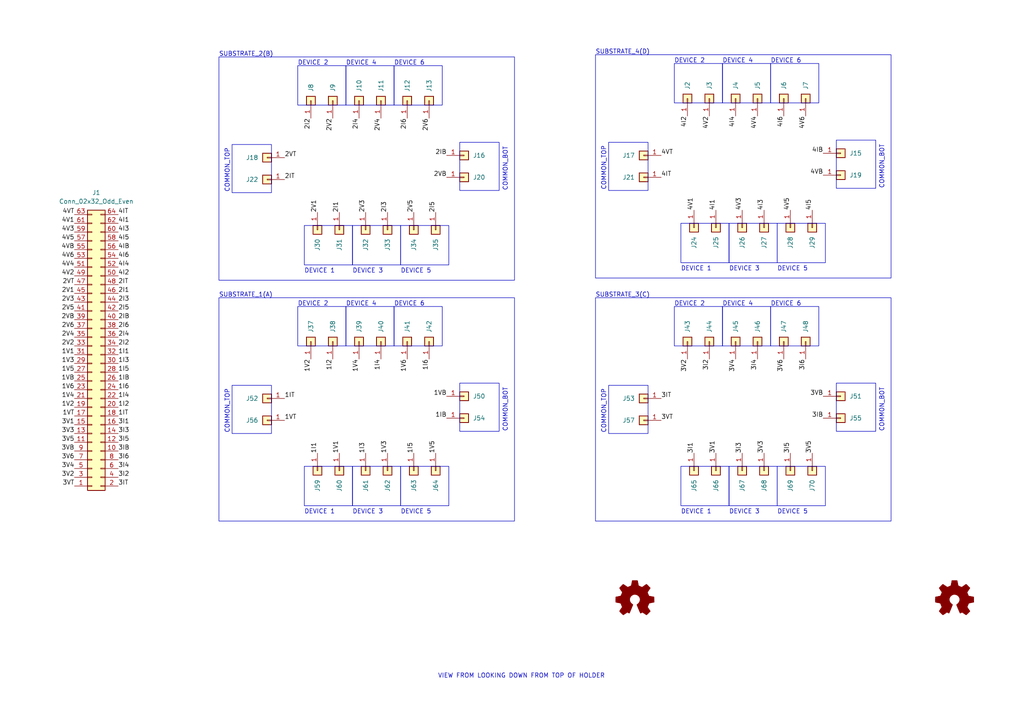
<source format=kicad_sch>
(kicad_sch (version 20230121) (generator eeschema)
  (paper "A4")
  (lib_symbols
    (symbol "Connector_Generic:Conn_01x01" (pin_names (offset 1.016) hide)
      (property "Reference" "J" (at 0 2.54 0))
      (property "Value" "Conn_01x01" (at 0 -2.54 0))
      (symbol "Conn_01x01_1_1"
        (rectangle (start -1.27 0.127) (end 0 -0.127) (stroke (width 0.1524)))
        (rectangle (start -1.27 1.27) (end 1.27 -1.27) (stroke (width 0.254)) (fill (type background)))
        (pin passive line (at -5.08 0 0) (length 3.81) (name "Pin_1") (number "1"))
      )
    )
    (symbol "Connector_Generic:Conn_02x32_Odd_Even" (pin_names (offset 1.016) hide)
      (property "Reference" "J" (at 1.27 40.64 0))
      (property "Value" "Conn_02x32_Odd_Even" (at 1.27 -43.18 0))
      (symbol "Conn_02x32_Odd_Even_1_1"
        (rectangle (start -1.27 -40.513) (end 0 -40.767) (stroke (width 0.1524)))
        (rectangle (start -1.27 -37.973) (end 0 -38.227) (stroke (width 0.1524)))
        (rectangle (start -1.27 -35.433) (end 0 -35.687) (stroke (width 0.1524)))
        (rectangle (start -1.27 -32.893) (end 0 -33.147) (stroke (width 0.1524)))
        (rectangle (start -1.27 -30.353) (end 0 -30.607) (stroke (width 0.1524)))
        (rectangle (start -1.27 -27.813) (end 0 -28.067) (stroke (width 0.1524)))
        (rectangle (start -1.27 -25.273) (end 0 -25.527) (stroke (width 0.1524)))
        (rectangle (start -1.27 -22.733) (end 0 -22.987) (stroke (width 0.1524)))
        (rectangle (start -1.27 -20.193) (end 0 -20.447) (stroke (width 0.1524)))
        (rectangle (start -1.27 -17.653) (end 0 -17.907) (stroke (width 0.1524)))
        (rectangle (start -1.27 -15.113) (end 0 -15.367) (stroke (width 0.1524)))
        (rectangle (start -1.27 -12.573) (end 0 -12.827) (stroke (width 0.1524)))
        (rectangle (start -1.27 -10.033) (end 0 -10.287) (stroke (width 0.1524)))
        (rectangle (start -1.27 -7.493) (end 0 -7.747) (stroke (width 0.1524)))
        (rectangle (start -1.27 -4.953) (end 0 -5.207) (stroke (width 0.1524)))
        (rectangle (start -1.27 -2.413) (end 0 -2.667) (stroke (width 0.1524)))
        (rectangle (start -1.27 0.127) (end 0 -0.127) (stroke (width 0.1524)))
        (rectangle (start -1.27 2.667) (end 0 2.413) (stroke (width 0.1524)))
        (rectangle (start -1.27 5.207) (end 0 4.953) (stroke (width 0.1524)))
        (rectangle (start -1.27 7.747) (end 0 7.493) (stroke (width 0.1524)))
        (rectangle (start -1.27 10.287) (end 0 10.033) (stroke (width 0.1524)))
        (rectangle (start -1.27 12.827) (end 0 12.573) (stroke (width 0.1524)))
        (rectangle (start -1.27 15.367) (end 0 15.113) (stroke (width 0.1524)))
        (rectangle (start -1.27 17.907) (end 0 17.653) (stroke (width 0.1524)))
        (rectangle (start -1.27 20.447) (end 0 20.193) (stroke (width 0.1524)))
        (rectangle (start -1.27 22.987) (end 0 22.733) (stroke (width 0.1524)))
        (rectangle (start -1.27 25.527) (end 0 25.273) (stroke (width 0.1524)))
        (rectangle (start -1.27 28.067) (end 0 27.813) (stroke (width 0.1524)))
        (rectangle (start -1.27 30.607) (end 0 30.353) (stroke (width 0.1524)))
        (rectangle (start -1.27 33.147) (end 0 32.893) (stroke (width 0.1524)))
        (rectangle (start -1.27 35.687) (end 0 35.433) (stroke (width 0.1524)))
        (rectangle (start -1.27 38.227) (end 0 37.973) (stroke (width 0.1524)))
        (rectangle (start -1.27 39.37) (end 3.81 -41.91) (stroke (width 0.254)) (fill (type background)))
        (rectangle (start 3.81 -40.513) (end 2.54 -40.767) (stroke (width 0.1524)))
        (rectangle (start 3.81 -37.973) (end 2.54 -38.227) (stroke (width 0.1524)))
        (rectangle (start 3.81 -35.433) (end 2.54 -35.687) (stroke (width 0.1524)))
        (rectangle (start 3.81 -32.893) (end 2.54 -33.147) (stroke (width 0.1524)))
        (rectangle (start 3.81 -30.353) (end 2.54 -30.607) (stroke (width 0.1524)))
        (rectangle (start 3.81 -27.813) (end 2.54 -28.067) (stroke (width 0.1524)))
        (rectangle (start 3.81 -25.273) (end 2.54 -25.527) (stroke (width 0.1524)))
        (rectangle (start 3.81 -22.733) (end 2.54 -22.987) (stroke (width 0.1524)))
        (rectangle (start 3.81 -20.193) (end 2.54 -20.447) (stroke (width 0.1524)))
        (rectangle (start 3.81 -17.653) (end 2.54 -17.907) (stroke (width 0.1524)))
        (rectangle (start 3.81 -15.113) (end 2.54 -15.367) (stroke (width 0.1524)))
        (rectangle (start 3.81 -12.573) (end 2.54 -12.827) (stroke (width 0.1524)))
        (rectangle (start 3.81 -10.033) (end 2.54 -10.287) (stroke (width 0.1524)))
        (rectangle (start 3.81 -7.493) (end 2.54 -7.747) (stroke (width 0.1524)))
        (rectangle (start 3.81 -4.953) (end 2.54 -5.207) (stroke (width 0.1524)))
        (rectangle (start 3.81 -2.413) (end 2.54 -2.667) (stroke (width 0.1524)))
        (rectangle (start 3.81 0.127) (end 2.54 -0.127) (stroke (width 0.1524)))
        (rectangle (start 3.81 2.667) (end 2.54 2.413) (stroke (width 0.1524)))
        (rectangle (start 3.81 5.207) (end 2.54 4.953) (stroke (width 0.1524)))
        (rectangle (start 3.81 7.747) (end 2.54 7.493) (stroke (width 0.1524)))
        (rectangle (start 3.81 10.287) (end 2.54 10.033) (stroke (width 0.1524)))
        (rectangle (start 3.81 12.827) (end 2.54 12.573) (stroke (width 0.1524)))
        (rectangle (start 3.81 15.367) (end 2.54 15.113) (stroke (width 0.1524)))
        (rectangle (start 3.81 17.907) (end 2.54 17.653) (stroke (width 0.1524)))
        (rectangle (start 3.81 20.447) (end 2.54 20.193) (stroke (width 0.1524)))
        (rectangle (start 3.81 22.987) (end 2.54 22.733) (stroke (width 0.1524)))
        (rectangle (start 3.81 25.527) (end 2.54 25.273) (stroke (width 0.1524)))
        (rectangle (start 3.81 28.067) (end 2.54 27.813) (stroke (width 0.1524)))
        (rectangle (start 3.81 30.607) (end 2.54 30.353) (stroke (width 0.1524)))
        (rectangle (start 3.81 33.147) (end 2.54 32.893) (stroke (width 0.1524)))
        (rectangle (start 3.81 35.687) (end 2.54 35.433) (stroke (width 0.1524)))
        (rectangle (start 3.81 38.227) (end 2.54 37.973) (stroke (width 0.1524)))
        (pin passive line (at -5.08 38.1 0) (length 3.81) (name "Pin_1") (number "1"))
        (pin passive line (at 7.62 27.94 180) (length 3.81) (name "Pin_10") (number "10"))
        (pin passive line (at -5.08 25.4 0) (length 3.81) (name "Pin_11") (number "11"))
        (pin passive line (at 7.62 25.4 180) (length 3.81) (name "Pin_12") (number "12"))
        (pin passive line (at -5.08 22.86 0) (length 3.81) (name "Pin_13") (number "13"))
        (pin passive line (at 7.62 22.86 180) (length 3.81) (name "Pin_14") (number "14"))
        (pin passive line (at -5.08 20.32 0) (length 3.81) (name "Pin_15") (number "15"))
        (pin passive line (at 7.62 20.32 180) (length 3.81) (name "Pin_16") (number "16"))
        (pin passive line (at -5.08 17.78 0) (length 3.81) (name "Pin_17") (number "17"))
        (pin passive line (at 7.62 17.78 180) (length 3.81) (name "Pin_18") (number "18"))
        (pin passive line (at -5.08 15.24 0) (length 3.81) (name "Pin_19") (number "19"))
        (pin passive line (at 7.62 38.1 180) (length 3.81) (name "Pin_2") (number "2"))
        (pin passive line (at 7.62 15.24 180) (length 3.81) (name "Pin_20") (number "20"))
        (pin passive line (at -5.08 12.7 0) (length 3.81) (name "Pin_21") (number "21"))
        (pin passive line (at 7.62 12.7 180) (length 3.81) (name "Pin_22") (number "22"))
        (pin passive line (at -5.08 10.16 0) (length 3.81) (name "Pin_23") (number "23"))
        (pin passive line (at 7.62 10.16 180) (length 3.81) (name "Pin_24") (number "24"))
        (pin passive line (at -5.08 7.62 0) (length 3.81) (name "Pin_25") (number "25"))
        (pin passive line (at 7.62 7.62 180) (length 3.81) (name "Pin_26") (number "26"))
        (pin passive line (at -5.08 5.08 0) (length 3.81) (name "Pin_27") (number "27"))
        (pin passive line (at 7.62 5.08 180) (length 3.81) (name "Pin_28") (number "28"))
        (pin passive line (at -5.08 2.54 0) (length 3.81) (name "Pin_29") (number "29"))
        (pin passive line (at -5.08 35.56 0) (length 3.81) (name "Pin_3") (number "3"))
        (pin passive line (at 7.62 2.54 180) (length 3.81) (name "Pin_30") (number "30"))
        (pin passive line (at -5.08 0 0) (length 3.81) (name "Pin_31") (number "31"))
        (pin passive line (at 7.62 0 180) (length 3.81) (name "Pin_32") (number "32"))
        (pin passive line (at -5.08 -2.54 0) (length 3.81) (name "Pin_33") (number "33"))
        (pin passive line (at 7.62 -2.54 180) (length 3.81) (name "Pin_34") (number "34"))
        (pin passive line (at -5.08 -5.08 0) (length 3.81) (name "Pin_35") (number "35"))
        (pin passive line (at 7.62 -5.08 180) (length 3.81) (name "Pin_36") (number "36"))
        (pin passive line (at -5.08 -7.62 0) (length 3.81) (name "Pin_37") (number "37"))
        (pin passive line (at 7.62 -7.62 180) (length 3.81) (name "Pin_38") (number "38"))
        (pin passive line (at -5.08 -10.16 0) (length 3.81) (name "Pin_39") (number "39"))
        (pin passive line (at 7.62 35.56 180) (length 3.81) (name "Pin_4") (number "4"))
        (pin passive line (at 7.62 -10.16 180) (length 3.81) (name "Pin_40") (number "40"))
        (pin passive line (at -5.08 -12.7 0) (length 3.81) (name "Pin_41") (number "41"))
        (pin passive line (at 7.62 -12.7 180) (length 3.81) (name "Pin_42") (number "42"))
        (pin passive line (at -5.08 -15.24 0) (length 3.81) (name "Pin_43") (number "43"))
        (pin passive line (at 7.62 -15.24 180) (length 3.81) (name "Pin_44") (number "44"))
        (pin passive line (at -5.08 -17.78 0) (length 3.81) (name "Pin_45") (number "45"))
        (pin passive line (at 7.62 -17.78 180) (length 3.81) (name "Pin_46") (number "46"))
        (pin passive line (at -5.08 -20.32 0) (length 3.81) (name "Pin_47") (number "47"))
        (pin passive line (at 7.62 -20.32 180) (length 3.81) (name "Pin_48") (number "48"))
        (pin passive line (at -5.08 -22.86 0) (length 3.81) (name "Pin_49") (number "49"))
        (pin passive line (at -5.08 33.02 0) (length 3.81) (name "Pin_5") (number "5"))
        (pin passive line (at 7.62 -22.86 180) (length 3.81) (name "Pin_50") (number "50"))
        (pin passive line (at -5.08 -25.4 0) (length 3.81) (name "Pin_51") (number "51"))
        (pin passive line (at 7.62 -25.4 180) (length 3.81) (name "Pin_52") (number "52"))
        (pin passive line (at -5.08 -27.94 0) (length 3.81) (name "Pin_53") (number "53"))
        (pin passive line (at 7.62 -27.94 180) (length 3.81) (name "Pin_54") (number "54"))
        (pin passive line (at -5.08 -30.48 0) (length 3.81) (name "Pin_55") (number "55"))
        (pin passive line (at 7.62 -30.48 180) (length 3.81) (name "Pin_56") (number "56"))
        (pin passive line (at -5.08 -33.02 0) (length 3.81) (name "Pin_57") (number "57"))
        (pin passive line (at 7.62 -33.02 180) (length 3.81) (name "Pin_58") (number "58"))
        (pin passive line (at -5.08 -35.56 0) (length 3.81) (name "Pin_59") (number "59"))
        (pin passive line (at 7.62 33.02 180) (length 3.81) (name "Pin_6") (number "6"))
        (pin passive line (at 7.62 -35.56 180) (length 3.81) (name "Pin_60") (number "60"))
        (pin passive line (at -5.08 -38.1 0) (length 3.81) (name "Pin_61") (number "61"))
        (pin passive line (at 7.62 -38.1 180) (length 3.81) (name "Pin_62") (number "62"))
        (pin passive line (at -5.08 -40.64 0) (length 3.81) (name "Pin_63") (number "63"))
        (pin passive line (at 7.62 -40.64 180) (length 3.81) (name "Pin_64") (number "64"))
        (pin passive line (at -5.08 30.48 0) (length 3.81) (name "Pin_7") (number "7"))
        (pin passive line (at 7.62 30.48 180) (length 3.81) (name "Pin_8") (number "8"))
        (pin passive line (at -5.08 27.94 0) (length 3.81) (name "Pin_9") (number "9"))
      )
    )
    (symbol "Graphic:Logo_Open_Hardware_Small" (in_bom no) (on_board no)
      (symbol "Logo_Open_Hardware_Small_0_1"
        (polyline (pts (xy 3.3528 -4.3434) (xy 3.302 -4.318) (xy 3.175 -4.2418) (xy 2.9972 -4.1148) (xy 2.7686 -3.9624) (xy 2.54 -3.81) (xy 2.3622 -3.7084) (xy 2.2352 -3.6068) (xy 2.1844 -3.5814) (xy 2.159 -3.6068) (xy 2.0574 -3.6576) (xy 1.905 -3.7338) (xy 1.8034 -3.7846) (xy 1.6764 -3.8354) (xy 1.6002 -3.8354) (xy 1.6002 -3.8354) (xy 1.5494 -3.7338) (xy 1.4732 -3.5306) (xy 1.3462 -3.302) (xy 1.2446 -3.0226) (xy 1.1176 -2.7178) (xy 0.9652 -2.413) (xy 0.8636 -2.1082) (xy 0.7366 -1.8288) (xy 0.6604 -1.6256) (xy 0.6096 -1.4732) (xy 0.5842 -1.397) (xy 0.5842 -1.397) (xy 0.6604 -1.3208) (xy 0.7874 -1.2446) (xy 1.0414 -1.016) (xy 1.2954 -0.6858) (xy 1.4478 -0.3302) (xy 1.524 0.0762) (xy 1.4732 0.4572) (xy 1.3208 0.8128) (xy 1.0668 1.143) (xy 0.762 1.3716) (xy 0.4064 1.524) (xy 0 1.5748) (xy -0.381 1.5494) (xy -0.7366 1.397) (xy -1.0668 1.143) (xy -1.2192 0.9906) (xy -1.397 0.6604) (xy -1.524 0.3048) (xy -1.524 0.2286) (xy -1.4986 -0.1778) (xy -1.397 -0.5334) (xy -1.1938 -0.8636) (xy -0.9144 -1.143) (xy -0.8636 -1.1684) (xy -0.7366 -1.27) (xy -0.635 -1.3462) (xy -0.5842 -1.397) (xy -1.0668 -2.5908) (xy -1.143 -2.794) (xy -1.2954 -3.1242) (xy -1.397 -3.4036) (xy -1.4986 -3.6322) (xy -1.5748 -3.7846) (xy -1.6002 -3.8354) (xy -1.6002 -3.8354) (xy -1.651 -3.8354) (xy -1.7272 -3.81) (xy -1.905 -3.7338) (xy -2.0066 -3.683) (xy -2.1336 -3.6068) (xy -2.2098 -3.5814) (xy -2.2606 -3.6068) (xy -2.3622 -3.683) (xy -2.54 -3.81) (xy -2.7686 -3.9624) (xy -2.9718 -4.0894) (xy -3.1496 -4.2164) (xy -3.302 -4.318) (xy -3.3528 -4.3434) (xy -3.3782 -4.3434) (xy -3.429 -4.318) (xy -3.5306 -4.2164) (xy -3.7084 -4.064) (xy -3.937 -3.8354) (xy -3.9624 -3.81) (xy -4.1656 -3.6068) (xy -4.318 -3.4544) (xy -4.4196 -3.3274) (xy -4.445 -3.2766) (xy -4.445 -3.2766) (xy -4.4196 -3.2258) (xy -4.318 -3.0734) (xy -4.2164 -2.8956) (xy -4.064 -2.667) (xy -3.6576 -2.0828) (xy -3.8862 -1.5494) (xy -3.937 -1.3716) (xy -4.0386 -1.1684) (xy -4.0894 -1.0414) (xy -4.1148 -0.9652) (xy -4.191 -0.9398) (xy -4.318 -0.9144) (xy -4.5466 -0.8636) (xy -4.8006 -0.8128) (xy -5.0546 -0.7874) (xy -5.2578 -0.7366) (xy -5.4356 -0.7112) (xy -5.5118 -0.6858) (xy -5.5118 -0.6858) (xy -5.5372 -0.635) (xy -5.5372 -0.5588) (xy -5.5372 -0.4318) (xy -5.5626 -0.2286) (xy -5.5626 0.0762) (xy -5.5626 0.127) (xy -5.5372 0.4064) (xy -5.5372 0.635) (xy -5.5372 0.762) (xy -5.5372 0.8382) (xy -5.5372 0.8382) (xy -5.461 0.8382) (xy -5.3086 0.889) (xy -5.08 0.9144) (xy -4.826 0.9652) (xy -4.8006 0.9906) (xy -4.5466 1.0414) (xy -4.318 1.0668) (xy -4.1656 1.1176) (xy -4.0894 1.143) (xy -4.0894 1.143) (xy -4.0386 1.2446) (xy -3.9624 1.4224) (xy -3.8608 1.6256) (xy -3.7846 1.8288) (xy -3.7084 2.0066) (xy -3.6576 2.159) (xy -3.6322 2.2098) (xy -3.6322 2.2098) (xy -3.683 2.286) (xy -3.7592 2.413) (xy -3.8862 2.5908) (xy -4.064 2.8194) (xy -4.064 2.8448) (xy -4.2164 3.0734) (xy -4.3434 3.2512) (xy -4.4196 3.3782) (xy -4.445 3.4544) (xy -4.445 3.4544) (xy -4.3942 3.5052) (xy -4.2926 3.6322) (xy -4.1148 3.81) (xy -3.937 4.0132) (xy -3.8608 4.064) (xy -3.6576 4.2926) (xy -3.5052 4.4196) (xy -3.4036 4.4958) (xy -3.3528 4.5212) (xy -3.3528 4.5212) (xy -3.302 4.4704) (xy -3.1496 4.3688) (xy -2.9718 4.2418) (xy -2.7432 4.0894) (xy -2.7178 4.0894) (xy -2.4892 3.937) (xy -2.3114 3.81) (xy -2.1844 3.7084) (xy -2.1336 3.683) (xy -2.1082 3.683) (xy -2.032 3.7084) (xy -1.8542 3.7592) (xy -1.6764 3.8354) (xy -1.4732 3.937) (xy -1.27 4.0132) (xy -1.143 4.064) (xy -1.0668 4.1148) (xy -1.0668 4.1148) (xy -1.0414 4.191) (xy -1.016 4.3434) (xy -0.9652 4.572) (xy -0.9144 4.8514) (xy -0.889 4.9022) (xy -0.8382 5.1562) (xy -0.8128 5.3848) (xy -0.7874 5.5372) (xy -0.762 5.588) (xy -0.7112 5.6134) (xy -0.5842 5.6134) (xy -0.4064 5.6134) (xy -0.1524 5.6134) (xy 0.0762 5.6134) (xy 0.3302 5.6134) (xy 0.5334 5.6134) (xy 0.6858 5.588) (xy 0.7366 5.588) (xy 0.7366 5.588) (xy 0.762 5.5118) (xy 0.8128 5.334) (xy 0.8382 5.1054) (xy 0.9144 4.826) (xy 0.9144 4.7752) (xy 0.9652 4.5212) (xy 1.016 4.2926) (xy 1.0414 4.1402) (xy 1.0668 4.0894) (xy 1.0668 4.0894) (xy 1.1938 4.0386) (xy 1.3716 3.9624) (xy 1.5748 3.8608) (xy 2.0828 3.6576) (xy 2.7178 4.0894) (xy 2.7686 4.1402) (xy 2.9972 4.2926) (xy 3.175 4.4196) (xy 3.302 4.4958) (xy 3.3782 4.5212) (xy 3.3782 4.5212) (xy 3.429 4.4704) (xy 3.556 4.3434) (xy 3.7338 4.191) (xy 3.9116 3.9878) (xy 4.064 3.8354) (xy 4.2418 3.6576) (xy 4.3434 3.556) (xy 4.4196 3.4798) (xy 4.4196 3.429) (xy 4.4196 3.4036) (xy 4.3942 3.3274) (xy 4.2926 3.2004) (xy 4.1656 2.9972) (xy 4.0132 2.794) (xy 3.8862 2.5908) (xy 3.7592 2.3876) (xy 3.6576 2.2352) (xy 3.6322 2.159) (xy 3.6322 2.1336) (xy 3.683 2.0066) (xy 3.7592 1.8288) (xy 3.8608 1.6002) (xy 4.064 1.1176) (xy 4.3942 1.0414) (xy 4.5974 1.016) (xy 4.8768 0.9652) (xy 5.1308 0.9144) (xy 5.5372 0.8382) (xy 5.5626 -0.6604) (xy 5.4864 -0.6858) (xy 5.4356 -0.6858) (xy 5.2832 -0.7366) (xy 5.0546 -0.762) (xy 4.8006 -0.8128) (xy 4.5974 -0.8636) (xy 4.3688 -0.9144) (xy 4.2164 -0.9398) (xy 4.1402 -0.9398) (xy 4.1148 -0.9652) (xy 4.064 -1.0668) (xy 3.9878 -1.2446) (xy 3.9116 -1.4478) (xy 3.81 -1.651) (xy 3.7338 -1.8542) (xy 3.683 -2.0066) (xy 3.6576 -2.0828) (xy 3.683 -2.1336) (xy 3.7846 -2.2606) (xy 3.8862 -2.4638) (xy 4.0386 -2.667) (xy 4.191 -2.8956) (xy 4.318 -3.0734) (xy 4.3942 -3.2004) (xy 4.445 -3.2766) (xy 4.4196 -3.3274) (xy 4.3434 -3.429) (xy 4.1656 -3.5814) (xy 3.937 -3.8354) (xy 3.8862 -3.8608) (xy 3.683 -4.064) (xy 3.5306 -4.2164) (xy 3.4036 -4.318) (xy 3.3528 -4.3434)) (fill (type outline)))
      )
    )
  )
  (rectangle (start 88.265 65.405) (end 102.235 76.835))
  (rectangle (start 100.33 88.9) (end 86.36 100.33))
  (rectangle (start 128.27 19.05) (end 114.3 30.48))
  (rectangle (start 114.3 19.05) (end 100.33 30.48))
  (rectangle (start 211.455 135.255) (end 225.425 146.685))
  (rectangle (start 172.72 15.875) (end 258.445 80.645))
  (rectangle (start 187.96 125.73) (end 176.53 111.76))
  (rectangle (start 223.52 88.9) (end 209.55 100.33))
  (rectangle (start 133.35 111.125) (end 144.78 125.095))
  (rectangle (start 114.3 88.9) (end 100.33 100.33))
  (rectangle (start 209.55 88.9) (end 195.58 100.33))
  (rectangle (start 197.485 135.255) (end 211.455 146.685))
  (rectangle (start 88.265 135.255) (end 102.235 146.685))
  (rectangle (start 209.55 18.415) (end 195.58 29.845))
  (rectangle (start 223.52 18.415) (end 209.55 29.845))
  (rectangle (start 242.57 40.64) (end 254 54.61))
  (rectangle (start 197.485 64.77) (end 211.455 76.2))
  (rectangle (start 78.74 55.88) (end 67.31 41.91))
  (rectangle (start 63.5 16.51) (end 149.225 81.28))
  (rectangle (start 102.235 65.405) (end 116.205 76.835))
  (rectangle (start 237.49 18.415) (end 223.52 29.845))
  (rectangle (start 225.425 64.77) (end 239.395 76.2))
  (rectangle (start 133.35 41.275) (end 144.78 55.245))
  (rectangle (start 116.205 65.405) (end 130.175 76.835))
  (rectangle (start 225.425 135.255) (end 239.395 146.685))
  (rectangle (start 100.33 19.05) (end 86.36 30.48))
  (rectangle (start 63.5 86.36) (end 149.225 151.13))
  (rectangle (start 102.235 135.255) (end 116.205 146.685))
  (rectangle (start 128.27 88.9) (end 114.3 100.33))
  (rectangle (start 187.96 55.245) (end 176.53 41.275))
  (rectangle (start 211.455 64.77) (end 225.425 76.2))
  (rectangle (start 78.74 125.73) (end 67.31 111.76))
  (rectangle (start 237.49 88.9) (end 223.52 100.33))
  (rectangle (start 116.205 135.255) (end 130.175 146.685))
  (rectangle (start 172.72 86.36) (end 258.445 151.13))
  (rectangle (start 242.57 111.125) (end 254 125.095))
  (text "SUBSTRATE_1(A)" (at 63.5 86.36 0) (effects (font (size 1.27 1.27)) (justify left bottom)))
  (text "DEVICE 5" (at 225.425 149.225 0) (effects (font (size 1.27 1.27)) (justify left bottom)))
  (text "COMMON_BOT" (at 256.54 112.395 90) (effects (font (size 1.27 1.27)) (justify right bottom)))
  (text "DEVICE 1" (at 88.265 79.375 0) (effects (font (size 1.27 1.27)) (justify left bottom)))
  (text "DEVICE 4" (at 209.55 88.9 0) (effects (font (size 1.27 1.27)) (justify left bottom)))
  (text "DEVICE 1" (at 197.485 78.74 0) (effects (font (size 1.27 1.27)) (justify left bottom)))
  (text "COMMON_BOT" (at 147.32 112.395 90) (effects (font (size 1.27 1.27)) (justify right bottom)))
  (text "DEVICE 6" (at 114.3 19.05 0) (effects (font (size 1.27 1.27)) (justify left bottom)))
  (text "DEVICE 2" (at 86.36 19.05 0) (effects (font (size 1.27 1.27)) (justify left bottom)))
  (text "DEVICE 1" (at 197.485 149.225 0) (effects (font (size 1.27 1.27)) (justify left bottom)))
  (text "DEVICE 2" (at 195.58 88.9 0) (effects (font (size 1.27 1.27)) (justify left bottom)))
  (text "DEVICE 6" (at 114.3 88.9 0) (effects (font (size 1.27 1.27)) (justify left bottom)))
  (text "COMMON_TOP" (at 175.895 125.73 90) (effects (font (size 1.27 1.27)) (justify left bottom)))
  (text "SUBSTRATE_3(C)" (at 172.72 86.36 0) (effects (font (size 1.27 1.27)) (justify left bottom)))
  (text "COMMON_TOP" (at 175.895 55.245 90) (effects (font (size 1.27 1.27)) (justify left bottom)))
  (text "DEVICE 4" (at 100.33 88.9 0) (effects (font (size 1.27 1.27)) (justify left bottom)))
  (text "DEVICE 6" (at 223.52 88.9 0) (effects (font (size 1.27 1.27)) (justify left bottom)))
  (text "VIEW FROM LOOKING DOWN FROM TOP OF HOLDER" (at 127 196.85 0) (effects (font (size 1.27 1.27)) (justify left bottom)))
  (text "COMMON_BOT" (at 147.32 42.545 90) (effects (font (size 1.27 1.27)) (justify right bottom)))
  (text "COMMON_TOP" (at 66.675 55.88 90) (effects (font (size 1.27 1.27)) (justify left bottom)))
  (text "DEVICE 3" (at 102.235 149.225 0) (effects (font (size 1.27 1.27)) (justify left bottom)))
  (text "DEVICE 5" (at 116.205 149.225 0) (effects (font (size 1.27 1.27)) (justify left bottom)))
  (text "SUBSTRATE_4(D)" (at 172.72 15.875 0) (effects (font (size 1.27 1.27)) (justify left bottom)))
  (text "DEVICE 4" (at 209.55 18.415 0) (effects (font (size 1.27 1.27)) (justify left bottom)))
  (text "DEVICE 6" (at 223.52 18.415 0) (effects (font (size 1.27 1.27)) (justify left bottom)))
  (text "DEVICE 5" (at 116.205 79.375 0) (effects (font (size 1.27 1.27)) (justify left bottom)))
  (text "COMMON_BOT" (at 256.54 41.91 90) (effects (font (size 1.27 1.27)) (justify right bottom)))
  (text "DEVICE 3" (at 211.455 78.74 0) (effects (font (size 1.27 1.27)) (justify left bottom)))
  (text "DEVICE 2" (at 86.36 88.9 0) (effects (font (size 1.27 1.27)) (justify left bottom)))
  (text "DEVICE 2" (at 195.58 18.415 0) (effects (font (size 1.27 1.27)) (justify left bottom)))
  (text "SUBSTRATE_2(B)" (at 63.5 16.51 0) (effects (font (size 1.27 1.27)) (justify left bottom)))
  (text "COMMON_TOP" (at 66.675 125.73 90) (effects (font (size 1.27 1.27)) (justify left bottom)))
  (text "DEVICE 1" (at 88.265 149.225 0) (effects (font (size 1.27 1.27)) (justify left bottom)))
  (text "DEVICE 4" (at 100.33 19.05 0) (effects (font (size 1.27 1.27)) (justify left bottom)))
  (text "DEVICE 5" (at 225.425 78.74 0) (effects (font (size 1.27 1.27)) (justify left bottom)))
  (text "DEVICE 3" (at 211.455 149.225 0) (effects (font (size 1.27 1.27)) (justify left bottom)))
  (text "DEVICE 3" (at 102.235 79.375 0) (effects (font (size 1.27 1.27)) (justify left bottom)))
  (label "3V4" (at 21.59 135.89 180))
  (label "4I3" (at 34.29 67.31 0))
  (label "4V4" (at 21.59 77.47 180))
  (label "4V2" (at 205.74 33.655 270))
  (label "1V6" (at 21.59 113.03 180))
  (label "4V5" (at 229.235 60.96 90))
  (label "4VT" (at 191.77 45.085 0))
  (label "3I5" (at 34.29 128.27 0))
  (label "4I1" (at 34.29 64.77 0))
  (label "1VB" (at 129.54 114.935 180))
  (label "1I1" (at 92.075 131.445 90))
  (label "1I5" (at 120.015 131.445 90))
  (label "1I4" (at 110.49 104.14 270))
  (label "4VT" (at 21.59 62.23 180))
  (label "4V4" (at 219.71 33.655 270))
  (label "4V1" (at 201.295 60.96 90))
  (label "1V2" (at 90.17 104.14 270))
  (label "2V1" (at 21.59 85.09 180))
  (label "1I6" (at 124.46 104.14 270))
  (label "3I1" (at 201.295 131.445 90))
  (label "3I3" (at 34.29 125.73 0))
  (label "3IB" (at 34.29 130.81 0))
  (label "4I6" (at 34.29 74.93 0))
  (label "1IB" (at 129.54 121.285 180))
  (label "4I3" (at 221.615 60.96 90))
  (label "4I2" (at 34.29 80.01 0))
  (label "4V6" (at 21.59 74.93 180))
  (label "3V6" (at 227.33 104.14 270))
  (label "4IB" (at 238.76 44.45 180))
  (label "3I6" (at 34.29 133.35 0))
  (label "4V5" (at 21.59 69.85 180))
  (label "2I5" (at 34.29 90.17 0))
  (label "3I4" (at 34.29 135.89 0))
  (label "3V2" (at 21.59 138.43 180))
  (label "2VT" (at 82.55 45.72 0))
  (label "2I4" (at 34.29 97.79 0))
  (label "1V6" (at 118.11 104.14 270))
  (label "4I5" (at 34.29 69.85 0))
  (label "3V4" (at 213.36 104.14 270))
  (label "1IT" (at 82.55 115.57 0))
  (label "4IT" (at 191.77 51.435 0))
  (label "1V4" (at 21.59 115.57 180))
  (label "2V6" (at 21.59 95.25 180))
  (label "2IT" (at 34.29 82.55 0))
  (label "1V5" (at 126.365 131.445 90))
  (label "2V1" (at 92.075 61.595 90))
  (label "3I3" (at 215.265 131.445 90))
  (label "2I2" (at 34.29 100.33 0))
  (label "2V6" (at 124.46 34.29 270))
  (label "4V1" (at 21.59 64.77 180))
  (label "2I4" (at 104.14 34.29 270))
  (label "3VT" (at 191.77 121.92 0))
  (label "4IB" (at 34.29 72.39 0))
  (label "2V2" (at 96.52 34.29 270))
  (label "3IT" (at 191.77 115.57 0))
  (label "3VB" (at 238.76 114.935 180))
  (label "2V2" (at 21.59 100.33 180))
  (label "1VT" (at 21.59 120.65 180))
  (label "2V4" (at 110.49 34.29 270))
  (label "2I1" (at 98.425 61.595 90))
  (label "2I2" (at 90.17 34.29 270))
  (label "3I2" (at 34.29 138.43 0))
  (label "2IB" (at 34.29 92.71 0))
  (label "1V3" (at 112.395 131.445 90))
  (label "1I2" (at 34.29 118.11 0))
  (label "3IT" (at 34.29 140.97 0))
  (label "3V3" (at 21.59 125.73 180))
  (label "2V3" (at 106.045 61.595 90))
  (label "1V3" (at 21.59 105.41 180))
  (label "3VT" (at 21.59 140.97 180))
  (label "3V1" (at 21.59 123.19 180))
  (label "3V5" (at 21.59 128.27 180))
  (label "1IB" (at 34.29 110.49 0))
  (label "4IT" (at 34.29 62.23 0))
  (label "3V5" (at 235.585 131.445 90))
  (label "4I6" (at 227.33 33.655 270))
  (label "2V5" (at 120.015 61.595 90))
  (label "2VB" (at 129.54 51.435 180))
  (label "3IB" (at 238.76 121.285 180))
  (label "4I2" (at 199.39 33.655 270))
  (label "2I6" (at 34.29 95.25 0))
  (label "4V6" (at 233.68 33.655 270))
  (label "1IT" (at 34.29 120.65 0))
  (label "3VB" (at 21.59 130.81 180))
  (label "1I2" (at 96.52 104.14 270))
  (label "1VT" (at 82.55 121.92 0))
  (label "2IT" (at 82.55 52.07 0))
  (label "3V2" (at 199.39 104.14 270))
  (label "4V3" (at 215.265 60.96 90))
  (label "4VB" (at 238.76 50.8 180))
  (label "2I3" (at 34.29 87.63 0))
  (label "3V6" (at 21.59 133.35 180))
  (label "2V3" (at 21.59 87.63 180))
  (label "3V1" (at 207.645 131.445 90))
  (label "2VT" (at 21.59 82.55 180))
  (label "2I1" (at 34.29 85.09 0))
  (label "2I6" (at 118.11 34.29 270))
  (label "1I3" (at 34.29 105.41 0))
  (label "1VB" (at 21.59 110.49 180))
  (label "2V4" (at 21.59 97.79 180))
  (label "1I6" (at 34.29 113.03 0))
  (label "3I5" (at 229.235 131.445 90))
  (label "4I1" (at 207.645 60.96 90))
  (label "3I4" (at 219.71 104.14 270))
  (label "4VB" (at 21.59 72.39 180))
  (label "1V1" (at 98.425 131.445 90))
  (label "2IB" (at 129.54 45.085 180))
  (label "3V3" (at 221.615 131.445 90))
  (label "2I5" (at 126.365 61.595 90))
  (label "1I5" (at 34.29 107.95 0))
  (label "4I4" (at 213.36 33.655 270))
  (label "4V3" (at 21.59 67.31 180))
  (label "4I5" (at 235.585 60.96 90))
  (label "1V5" (at 21.59 107.95 180))
  (label "1V4" (at 104.14 104.14 270))
  (label "4V2" (at 21.59 80.01 180))
  (label "1I4" (at 34.29 115.57 0))
  (label "4I4" (at 34.29 77.47 0))
  (label "2VB" (at 21.59 92.71 180))
  (label "3I6" (at 233.68 104.14 270))
  (label "1I3" (at 106.045 131.445 90))
  (label "1V2" (at 21.59 118.11 180))
  (label "2I3" (at 112.395 61.595 90))
  (label "1I1" (at 34.29 102.87 0))
  (label "2V5" (at 21.59 90.17 180))
  (label "3I1" (at 34.29 123.19 0))
  (label "1V1" (at 21.59 102.87 180))
  (label "3I2" (at 205.74 104.14 270))
  (symbol (lib_id "Connector_Generic:Conn_01x01") (at 243.84 121.285 0) (mirror x) (unit 1)
    (property "Reference" "J55" (at 246.38 121.285 0) (effects (justify left)))
    (property "Value" "Conn_01x01" (effects hide))
    (property "Footprint" "custom_footprints:P13-4023+S13-503_OFF" (effects hide))
  )
  (symbol (lib_id "Connector_Generic:Conn_01x01") (at 118.11 29.21 270) (mirror x) (unit 1)
    (property "Reference" "J12" (at 118.11 26.67 0) (effects (justify left)))
    (property "Value" "Conn_01x01" (effects hide))
    (property "Footprint" "custom_footprints:P13-4023+S13-503_OFF" (effects hide))
  )
  (symbol (lib_id "Connector_Generic:Conn_01x01") (at 104.14 99.06 270) (mirror x) (unit 1)
    (property "Reference" "J39" (at 104.14 96.52 0) (effects (justify left)))
    (property "Value" "Conn_01x01" (effects hide))
    (property "Footprint" "custom_footprints:P13-4023+S13-503_OFF" (effects hide))
  )
  (symbol (lib_id "Connector_Generic:Conn_01x01") (at 219.71 99.06 270) (mirror x) (unit 1)
    (property "Reference" "J46" (at 219.71 96.52 0) (effects (justify left)))
    (property "Value" "Conn_01x01" (effects hide))
    (property "Footprint" "custom_footprints:P13-4023+S13-503_OFF" (effects hide))
  )
  (symbol (lib_id "Connector_Generic:Conn_01x01") (at 77.47 52.07 0) (mirror y) (unit 1)
    (property "Reference" "J22" (at 74.93 52.07 0) (effects (justify left)))
    (property "Value" "Conn_01x01" (effects hide))
    (property "Footprint" "custom_footprints:P13-4023+S13-503_OFF" (effects hide))
  )
  (symbol (lib_id "Connector_Generic:Conn_01x01") (at 186.69 45.085 0) (mirror y) (unit 1)
    (property "Reference" "J17" (at 184.15 45.085 0) (effects (justify left)))
    (property "Value" "Conn_01x01" (effects hide))
    (property "Footprint" "custom_footprints:P13-4023+S13-503_OFF" (effects hide))
  )
  (symbol (lib_id "Connector_Generic:Conn_01x01") (at 186.69 121.92 0) (mirror y) (unit 1)
    (property "Reference" "J57" (at 184.15 121.92 0) (effects (justify left)))
    (property "Value" "Conn_01x01" (effects hide))
    (property "Footprint" "custom_footprints:P13-4023+S13-503_OFF" (effects hide))
  )
  (symbol (lib_id "Connector_Generic:Conn_01x01") (at 112.395 136.525 270) (unit 1)
    (property "Reference" "J62" (at 112.395 139.065 0) (effects (justify left)))
    (property "Value" "Conn_01x01" (effects hide))
    (property "Footprint" "custom_footprints:P13-4023+S13-503_OFF" (effects hide))
  )
  (symbol (lib_id "Connector_Generic:Conn_01x01") (at 243.84 114.935 0) (mirror x) (unit 1)
    (property "Reference" "J51" (at 246.38 114.935 0) (effects (justify left)))
    (property "Value" "Conn_01x01" (effects hide))
    (property "Footprint" "custom_footprints:P13-4023+S13-503_OFF" (effects hide))
  )
  (symbol (lib_id "Connector_Generic:Conn_01x01") (at 134.62 114.935 0) (mirror x) (unit 1)
    (property "Reference" "J50" (at 137.16 114.935 0) (effects (justify left)))
    (property "Value" "Conn_01x01" (effects hide))
    (property "Footprint" "custom_footprints:P13-4023+S13-503_OFF" (effects hide))
  )
  (symbol (lib_id "Connector_Generic:Conn_01x01") (at 186.69 51.435 0) (mirror y) (unit 1)
    (property "Reference" "J21" (at 184.15 51.435 0) (effects (justify left)))
    (property "Value" "Conn_01x01" (effects hide))
    (property "Footprint" "custom_footprints:P13-4023+S13-503_OFF" (effects hide))
  )
  (symbol (lib_id "Connector_Generic:Conn_01x01") (at 96.52 99.06 270) (mirror x) (unit 1)
    (property "Reference" "J38" (at 96.52 96.52 0) (effects (justify left)))
    (property "Value" "Conn_01x01" (effects hide))
    (property "Footprint" "custom_footprints:P13-4023+S13-503_OFF" (effects hide))
  )
  (symbol (lib_id "Connector_Generic:Conn_01x01") (at 92.075 136.525 270) (unit 1)
    (property "Reference" "J59" (at 92.075 139.065 0) (effects (justify left)))
    (property "Value" "Conn_01x01" (effects hide))
    (property "Footprint" "custom_footprints:P13-4023+S13-503_OFF" (effects hide))
  )
  (symbol (lib_id "Connector_Generic:Conn_01x01") (at 104.14 29.21 270) (mirror x) (unit 1)
    (property "Reference" "J10" (at 104.14 26.67 0) (effects (justify left)))
    (property "Value" "Conn_01x01" (effects hide))
    (property "Footprint" "custom_footprints:P13-4023+S13-503_OFF" (effects hide))
  )
  (symbol (lib_id "Connector_Generic:Conn_01x01") (at 235.585 136.525 270) (unit 1)
    (property "Reference" "J70" (at 235.585 139.065 0) (effects (justify left)))
    (property "Value" "Conn_01x01" (effects hide))
    (property "Footprint" "custom_footprints:P13-4023+S13-503_OFF" (effects hide))
  )
  (symbol (lib_id "Connector_Generic:Conn_01x01") (at 221.615 66.04 270) (unit 1)
    (property "Reference" "J27" (at 221.615 68.58 0) (effects (justify left)))
    (property "Value" "Conn_01x01" (effects hide))
    (property "Footprint" "custom_footprints:P13-4023+S13-503_OFF" (effects hide))
  )
  (symbol (lib_id "Connector_Generic:Conn_01x01") (at 233.68 99.06 270) (mirror x) (unit 1)
    (property "Reference" "J48" (at 233.68 96.52 0) (effects (justify left)))
    (property "Value" "Conn_01x01" (effects hide))
    (property "Footprint" "custom_footprints:P13-4023+S13-503_OFF" (effects hide))
  )
  (symbol (lib_id "Connector_Generic:Conn_01x01") (at 124.46 99.06 270) (mirror x) (unit 1)
    (property "Reference" "J42" (at 124.46 96.52 0) (effects (justify left)))
    (property "Value" "Conn_01x01" (effects hide))
    (property "Footprint" "custom_footprints:P13-4023+S13-503_OFF" (effects hide))
  )
  (symbol (lib_id "Connector_Generic:Conn_01x01") (at 186.69 115.57 0) (mirror y) (unit 1)
    (property "Reference" "J53" (at 184.15 115.57 0) (effects (justify left)))
    (property "Value" "Conn_01x01" (effects hide))
    (property "Footprint" "custom_footprints:P13-4023+S13-503_OFF" (effects hide))
  )
  (symbol (lib_id "Connector_Generic:Conn_01x01") (at 96.52 29.21 270) (mirror x) (unit 1)
    (property "Reference" "J9" (at 96.52 26.67 0) (effects (justify left)))
    (property "Value" "Conn_01x01" (effects hide))
    (property "Footprint" "custom_footprints:P13-4023+S13-503_OFF" (effects hide))
  )
  (symbol (lib_id "Connector_Generic:Conn_01x01") (at 221.615 136.525 270) (unit 1)
    (property "Reference" "J68" (at 221.615 139.065 0) (effects (justify left)))
    (property "Value" "Conn_01x01" (effects hide))
    (property "Footprint" "custom_footprints:P13-4023+S13-503_OFF" (effects hide))
  )
  (symbol (lib_id "Connector_Generic:Conn_01x01") (at 77.47 45.72 0) (mirror y) (unit 1)
    (property "Reference" "J18" (at 74.93 45.72 0) (effects (justify left)))
    (property "Value" "Conn_01x01" (effects hide))
    (property "Footprint" "custom_footprints:P13-4023+S13-503_OFF" (effects hide))
  )
  (symbol (lib_id "Graphic:Logo_Open_Hardware_Small") (at 184.15 173.99 0) (unit 1) (in_bom no)
    (property "Reference" "SYM1" (effects hide))
    (property "Value" "Logo_Open_Hardware_Small" (effects hide))
    (property "Footprint" "custom:site_small" (effects hide))
    (property "Sim.Enable" "0" (effects hide))
  )
  (symbol (lib_id "Graphic:Logo_Open_Hardware_Small") (at 276.86 173.99 0) (unit 1) (in_bom no)
    (property "Reference" "SYM2" (effects hide))
    (property "Value" "Logo_Open_Hardware_Small" (effects hide))
    (property "Footprint" "custom:site_small" (effects hide))
    (property "Sim.Enable" "0" (effects hide))
  )
  (symbol (lib_id "Connector_Generic:Conn_01x01") (at 207.645 136.525 270) (unit 1)
    (property "Reference" "J66" (at 207.645 139.065 0) (effects (justify left)))
    (property "Value" "Conn_01x01" (effects hide))
    (property "Footprint" "custom_footprints:P13-4023+S13-503_OFF" (effects hide))
  )
  (symbol (lib_id "Connector_Generic:Conn_01x01") (at 120.015 66.675 270) (unit 1)
    (property "Reference" "J34" (at 120.015 69.215 0) (effects (justify left)))
    (property "Value" "Conn_01x01" (effects hide))
    (property "Footprint" "custom_footprints:P13-4023+S13-503_OFF" (effects hide))
  )
  (symbol (lib_id "Connector_Generic:Conn_01x01") (at 106.045 66.675 270) (unit 1)
    (property "Reference" "J32" (at 106.045 69.215 0) (effects (justify left)))
    (property "Value" "Conn_01x01" (effects hide))
    (property "Footprint" "custom_footprints:P13-4023+S13-503_OFF" (effects hide))
  )
  (symbol (lib_id "Connector_Generic:Conn_01x01") (at 98.425 66.675 270) (unit 1)
    (property "Reference" "J31" (at 98.425 69.215 0) (effects (justify left)))
    (property "Value" "Conn_01x01" (effects hide))
    (property "Footprint" "custom_footprints:P13-4023+S13-503_OFF" (effects hide))
  )
  (symbol (lib_id "Connector_Generic:Conn_01x01") (at 205.74 28.575 270) (mirror x) (unit 1)
    (property "Reference" "J3" (at 205.74 26.035 0) (effects (justify left)))
    (property "Value" "Conn_01x01" (effects hide))
    (property "Footprint" "custom_footprints:P13-4023+S13-503_OFF" (effects hide))
  )
  (symbol (lib_id "Connector_Generic:Conn_01x01") (at 90.17 99.06 270) (mirror x) (unit 1)
    (property "Reference" "J37" (at 90.17 96.52 0) (effects (justify left)))
    (property "Value" "Conn_01x01" (effects hide))
    (property "Footprint" "custom_footprints:P13-4023+S13-503_OFF" (effects hide))
  )
  (symbol (lib_id "Connector_Generic:Conn_01x01") (at 106.045 136.525 270) (unit 1)
    (property "Reference" "J61" (at 106.045 139.065 0) (effects (justify left)))
    (property "Value" "Conn_01x01" (effects hide))
    (property "Footprint" "custom_footprints:P13-4023+S13-503_OFF" (effects hide))
  )
  (symbol (lib_id "Connector_Generic:Conn_01x01") (at 126.365 66.675 270) (unit 1)
    (property "Reference" "J35" (at 126.365 69.215 0) (effects (justify left)))
    (property "Value" "Conn_01x01" (effects hide))
    (property "Footprint" "custom_footprints:P13-4023+S13-503_OFF" (effects hide))
  )
  (symbol (lib_id "Connector_Generic:Conn_01x01") (at 227.33 99.06 270) (mirror x) (unit 1)
    (property "Reference" "J47" (at 227.33 96.52 0) (effects (justify left)))
    (property "Value" "Conn_01x01" (effects hide))
    (property "Footprint" "custom_footprints:P13-4023+S13-503_OFF" (effects hide))
  )
  (symbol (lib_id "Connector_Generic:Conn_01x01") (at 227.33 28.575 270) (mirror x) (unit 1)
    (property "Reference" "J6" (at 227.33 26.035 0) (effects (justify left)))
    (property "Value" "Conn_01x01" (effects hide))
    (property "Footprint" "custom_footprints:P13-4023+S13-503_OFF" (effects hide))
  )
  (symbol (lib_id "Connector_Generic:Conn_01x01") (at 243.84 50.8 0) (mirror x) (unit 1)
    (property "Reference" "J19" (at 246.38 50.8 0) (effects (justify left)))
    (property "Value" "Conn_01x01" (effects hide))
    (property "Footprint" "custom_footprints:P13-4023+S13-503_OFF" (effects hide))
  )
  (symbol (lib_id "Connector_Generic:Conn_01x01") (at 235.585 66.04 270) (unit 1)
    (property "Reference" "J29" (at 235.585 68.58 0) (effects (justify left)))
    (property "Value" "Conn_01x01" (effects hide))
    (property "Footprint" "custom_footprints:P13-4023+S13-503_OFF" (effects hide))
  )
  (symbol (lib_id "Connector_Generic:Conn_01x01") (at 112.395 66.675 270) (unit 1)
    (property "Reference" "J33" (at 112.395 69.215 0) (effects (justify left)))
    (property "Value" "Conn_01x01" (effects hide))
    (property "Footprint" "custom_footprints:P13-4023+S13-503_OFF" (effects hide))
  )
  (symbol (lib_id "Connector_Generic:Conn_01x01") (at 90.17 29.21 270) (mirror x) (unit 1)
    (property "Reference" "J8" (at 90.17 26.67 0) (effects (justify left)))
    (property "Value" "Conn_01x01" (effects hide))
    (property "Footprint" "custom_footprints:P13-4023+S13-503_OFF" (effects hide))
  )
  (symbol (lib_id "Connector_Generic:Conn_01x01") (at 215.265 66.04 270) (unit 1)
    (property "Reference" "J26" (at 215.265 68.58 0) (effects (justify left)))
    (property "Value" "Conn_01x01" (effects hide))
    (property "Footprint" "custom_footprints:P13-4023+S13-503_OFF" (effects hide))
  )
  (symbol (lib_id "Connector_Generic:Conn_01x01") (at 120.015 136.525 270) (unit 1)
    (property "Reference" "J63" (at 120.015 139.065 0) (effects (justify left)))
    (property "Value" "Conn_01x01" (effects hide))
    (property "Footprint" "custom_footprints:P13-4023+S13-503_OFF" (effects hide))
  )
  (symbol (lib_id "Connector_Generic:Conn_01x01") (at 229.235 66.04 270) (unit 1)
    (property "Reference" "J28" (at 229.235 68.58 0) (effects (justify left)))
    (property "Value" "Conn_01x01" (effects hide))
    (property "Footprint" "custom_footprints:P13-4023+S13-503_OFF" (effects hide))
  )
  (symbol (lib_id "Connector_Generic:Conn_01x01") (at 201.295 66.04 270) (unit 1)
    (property "Reference" "J24" (at 201.295 68.58 0) (effects (justify left)))
    (property "Value" "Conn_01x01" (effects hide))
    (property "Footprint" "custom_footprints:P13-4023+S13-503_OFF" (effects hide))
  )
  (symbol (lib_id "Connector_Generic:Conn_01x01") (at 77.47 121.92 0) (mirror y) (unit 1)
    (property "Reference" "J56" (at 74.93 121.92 0) (effects (justify left)))
    (property "Value" "Conn_01x01" (effects hide))
    (property "Footprint" "custom_footprints:P13-4023+S13-503_OFF" (effects hide))
  )
  (symbol (lib_id "Connector_Generic:Conn_01x01") (at 207.645 66.04 270) (unit 1)
    (property "Reference" "J25" (at 207.645 68.58 0) (effects (justify left)))
    (property "Value" "Conn_01x01" (effects hide))
    (property "Footprint" "custom_footprints:P13-4023+S13-503_OFF" (effects hide))
  )
  (symbol (lib_id "Connector_Generic:Conn_01x01") (at 213.36 99.06 270) (mirror x) (unit 1)
    (property "Reference" "J45" (at 213.36 96.52 0) (effects (justify left)))
    (property "Value" "Conn_01x01" (effects hide))
    (property "Footprint" "custom_footprints:P13-4023+S13-503_OFF" (effects hide))
  )
  (symbol (lib_id "Connector_Generic:Conn_01x01") (at 219.71 28.575 270) (mirror x) (unit 1)
    (property "Reference" "J5" (at 219.71 26.035 0) (effects (justify left)))
    (property "Value" "Conn_01x01" (effects hide))
    (property "Footprint" "custom_footprints:P13-4023+S13-503_OFF" (effects hide))
  )
  (symbol (lib_id "Connector_Generic:Conn_01x01") (at 110.49 29.21 270) (mirror x) (unit 1)
    (property "Reference" "J11" (at 110.49 26.67 0) (effects (justify left)))
    (property "Value" "Conn_01x01" (effects hide))
    (property "Footprint" "custom_footprints:P13-4023+S13-503_OFF" (effects hide))
  )
  (symbol (lib_id "Connector_Generic:Conn_01x01") (at 118.11 99.06 270) (mirror x) (unit 1)
    (property "Reference" "J41" (at 118.11 96.52 0) (effects (justify left)))
    (property "Value" "Conn_01x01" (effects hide))
    (property "Footprint" "custom_footprints:P13-4023+S13-503_OFF" (effects hide))
  )
  (symbol (lib_id "Connector_Generic:Conn_01x01") (at 215.265 136.525 270) (unit 1)
    (property "Reference" "J67" (at 215.265 139.065 0) (effects (justify left)))
    (property "Value" "Conn_01x01" (effects hide))
    (property "Footprint" "custom_footprints:P13-4023+S13-503_OFF" (effects hide))
  )
  (symbol (lib_id "Connector_Generic:Conn_01x01") (at 229.235 136.525 270) (unit 1)
    (property "Reference" "J69" (at 229.235 139.065 0) (effects (justify left)))
    (property "Value" "Conn_01x01" (effects hide))
    (property "Footprint" "custom_footprints:P13-4023+S13-503_OFF" (effects hide))
  )
  (symbol (lib_id "Connector_Generic:Conn_01x01") (at 77.47 115.57 0) (mirror y) (unit 1)
    (property "Reference" "J52" (at 74.93 115.57 0) (effects (justify left)))
    (property "Value" "Conn_01x01" (effects hide))
    (property "Footprint" "custom_footprints:P13-4023+S13-503_OFF" (effects hide))
  )
  (symbol (lib_id "Connector_Generic:Conn_01x01") (at 213.36 28.575 270) (mirror x) (unit 1)
    (property "Reference" "J4" (at 213.36 26.035 0) (effects (justify left)))
    (property "Value" "Conn_01x01" (effects hide))
    (property "Footprint" "custom_footprints:P13-4023+S13-503_OFF" (effects hide))
  )
  (symbol (lib_id "Connector_Generic:Conn_01x01") (at 126.365 136.525 270) (unit 1)
    (property "Reference" "J64" (at 126.365 139.065 0) (effects (justify left)))
    (property "Value" "Conn_01x01" (effects hide))
    (property "Footprint" "custom_footprints:P13-4023+S13-503_OFF" (effects hide))
  )
  (symbol (lib_id "Connector_Generic:Conn_01x01") (at 199.39 99.06 270) (mirror x) (unit 1)
    (property "Reference" "J43" (at 199.39 96.52 0) (effects (justify left)))
    (property "Value" "Conn_01x01" (effects hide))
    (property "Footprint" "custom_footprints:P13-4023+S13-503_OFF" (effects hide))
  )
  (symbol (lib_id "Connector_Generic:Conn_02x32_Odd_Even") (at 26.67 102.87 0) (mirror x) (unit 1)
    (property "Reference" "J1" (at 27.94 55.88 0))
    (property "Value" "Conn_02x32_Odd_Even" (at 27.94 58.42 0))
    (property "Footprint" "Connector_IDC:IDC-Header_2x32_P2.54mm_Vertical" (effects hide))
  )
  (symbol (lib_id "Connector_Generic:Conn_01x01") (at 134.62 45.085 0) (mirror x) (unit 1)
    (property "Reference" "J16" (at 137.16 45.085 0) (effects (justify left)))
    (property "Value" "Conn_01x01" (effects hide))
    (property "Footprint" "custom_footprints:P13-4023+S13-503_OFF" (effects hide))
  )
  (symbol (lib_id "Connector_Generic:Conn_01x01") (at 92.075 66.675 270) (unit 1)
    (property "Reference" "J30" (at 92.075 69.215 0) (effects (justify left)))
    (property "Value" "Conn_01x01" (effects hide))
    (property "Footprint" "custom_footprints:P13-4023+S13-503_OFF" (effects hide))
  )
  (symbol (lib_id "Connector_Generic:Conn_01x01") (at 110.49 99.06 270) (mirror x) (unit 1)
    (property "Reference" "J40" (at 110.49 96.52 0) (effects (justify left)))
    (property "Value" "Conn_01x01" (effects hide))
    (property "Footprint" "custom_footprints:P13-4023+S13-503_OFF" (effects hide))
  )
  (symbol (lib_id "Connector_Generic:Conn_01x01") (at 233.68 28.575 270) (mirror x) (unit 1)
    (property "Reference" "J7" (at 233.68 26.035 0) (effects (justify left)))
    (property "Value" "Conn_01x01" (effects hide))
    (property "Footprint" "custom_footprints:P13-4023+S13-503_OFF" (effects hide))
  )
  (symbol (lib_id "Connector_Generic:Conn_01x01") (at 134.62 121.285 0) (mirror x) (unit 1)
    (property "Reference" "J54" (at 137.16 121.285 0) (effects (justify left)))
    (property "Value" "Conn_01x01" (effects hide))
    (property "Footprint" "custom_footprints:P13-4023+S13-503_OFF" (effects hide))
  )
  (symbol (lib_id "Connector_Generic:Conn_01x01") (at 134.62 51.435 0) (mirror x) (unit 1)
    (property "Reference" "J20" (at 137.16 51.435 0) (effects (justify left)))
    (property "Value" "Conn_01x01" (effects hide))
    (property "Footprint" "custom_footprints:P13-4023+S13-503_OFF" (effects hide))
  )
  (symbol (lib_id "Connector_Generic:Conn_01x01") (at 199.39 28.575 270) (mirror x) (unit 1)
    (property "Reference" "J2" (at 199.39 26.035 0) (effects (justify left)))
    (property "Value" "Conn_01x01" (effects hide))
    (property "Footprint" "custom_footprints:P13-4023+S13-503_OFF" (effects hide))
  )
  (symbol (lib_id "Connector_Generic:Conn_01x01") (at 243.84 44.45 0) (mirror x) (unit 1)
    (property "Reference" "J15" (at 246.38 44.45 0) (effects (justify left)))
    (property "Value" "Conn_01x01" (effects hide))
    (property "Footprint" "custom_footprints:P13-4023+S13-503_OFF" (effects hide))
  )
  (symbol (lib_id "Connector_Generic:Conn_01x01") (at 201.295 136.525 270) (unit 1)
    (property "Reference" "J65" (at 201.295 139.065 0) (effects (justify left)))
    (property "Value" "Conn_01x01" (effects hide))
    (property "Footprint" "custom_footprints:P13-4023+S13-503_OFF" (effects hide))
  )
  (symbol (lib_id "Connector_Generic:Conn_01x01") (at 98.425 136.525 270) (unit 1)
    (property "Reference" "J60" (at 98.425 139.065 0) (effects (justify left)))
    (property "Value" "Conn_01x01" (effects hide))
    (property "Footprint" "custom_footprints:P13-4023+S13-503_OFF" (effects hide))
  )
  (symbol (lib_id "Connector_Generic:Conn_01x01") (at 124.46 29.21 270) (mirror x) (unit 1)
    (property "Reference" "J13" (at 124.46 26.67 0) (effects (justify left)))
    (property "Value" "Conn_01x01" (effects hide))
    (property "Footprint" "custom_footprints:P13-4023+S13-503_OFF" (effects hide))
  )
  (symbol (lib_id "Connector_Generic:Conn_01x01") (at 205.74 99.06 270) (mirror x) (unit 1)
    (property "Reference" "J44" (at 205.74 96.52 0) (effects (justify left)))
    (property "Value" "Conn_01x01" (effects hide))
    (property "Footprint" "custom_footprints:P13-4023+S13-503_OFF" (effects hide))
  )
)
</source>
